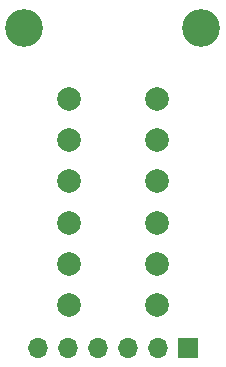
<source format=gbr>
%TF.GenerationSoftware,KiCad,Pcbnew,9.0.0*%
%TF.CreationDate,2025-05-09T11:35:13-04:00*%
%TF.ProjectId,Blue Raven Extension,426c7565-2052-4617-9665-6e2045787465,rev?*%
%TF.SameCoordinates,Original*%
%TF.FileFunction,Soldermask,Top*%
%TF.FilePolarity,Negative*%
%FSLAX46Y46*%
G04 Gerber Fmt 4.6, Leading zero omitted, Abs format (unit mm)*
G04 Created by KiCad (PCBNEW 9.0.0) date 2025-05-09 11:35:13*
%MOMM*%
%LPD*%
G01*
G04 APERTURE LIST*
%ADD10C,2.000000*%
%ADD11R,1.700000X1.700000*%
%ADD12O,1.700000X1.700000*%
%ADD13C,3.200000*%
G04 APERTURE END LIST*
D10*
%TO.C,SW1*%
X202750000Y-111000000D03*
X202750000Y-107500000D03*
X202750000Y-104000000D03*
X202750000Y-100500000D03*
X202750000Y-97000000D03*
X202750000Y-93500000D03*
%TD*%
D11*
%TO.C,J1*%
X205350000Y-114625000D03*
D12*
X202810000Y-114625000D03*
X200270001Y-114625000D03*
X197730000Y-114625000D03*
X195190000Y-114625000D03*
X192650000Y-114625000D03*
%TD*%
D10*
%TO.C,JBAT1*%
X195250000Y-93500000D03*
X195250000Y-97000000D03*
X195250000Y-100500000D03*
X195250000Y-104000000D03*
X195250000Y-107500000D03*
X195250000Y-111000000D03*
%TD*%
D13*
%TO.C,H2*%
X206500000Y-87500000D03*
%TD*%
%TO.C,H1*%
X191500000Y-87500000D03*
%TD*%
M02*

</source>
